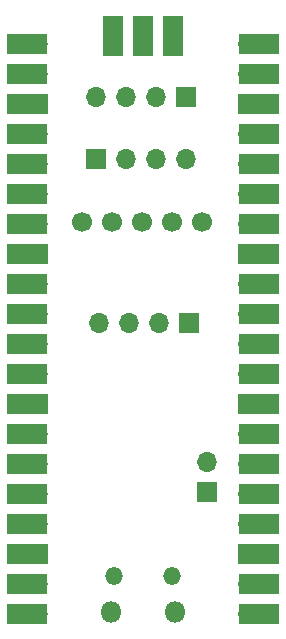
<source format=gbr>
%TF.GenerationSoftware,KiCad,Pcbnew,7.0.11-7.0.11~ubuntu22.04.1*%
%TF.CreationDate,2024-11-24T08:43:31+00:00*%
%TF.ProjectId,PicoController,5069636f-436f-46e7-9472-6f6c6c65722e,rev?*%
%TF.SameCoordinates,Original*%
%TF.FileFunction,Soldermask,Top*%
%TF.FilePolarity,Negative*%
%FSLAX46Y46*%
G04 Gerber Fmt 4.6, Leading zero omitted, Abs format (unit mm)*
G04 Created by KiCad (PCBNEW 7.0.11-7.0.11~ubuntu22.04.1) date 2024-11-24 08:43:31*
%MOMM*%
%LPD*%
G01*
G04 APERTURE LIST*
%ADD10O,1.800000X1.800000*%
%ADD11O,1.500000X1.500000*%
%ADD12O,1.700000X1.700000*%
%ADD13R,3.500000X1.700000*%
%ADD14R,1.700000X1.700000*%
%ADD15R,1.700000X3.500000*%
%ADD16C,1.700000*%
G04 APERTURE END LIST*
D10*
%TO.C,Pico1*%
X141713800Y-115186000D03*
D11*
X141413800Y-112156000D03*
X136563800Y-112156000D03*
D10*
X136263800Y-115186000D03*
D12*
X147878800Y-115316000D03*
D13*
X148778800Y-115316000D03*
D12*
X147878800Y-112776000D03*
D13*
X148778800Y-112776000D03*
D14*
X147878800Y-110236000D03*
D13*
X148778800Y-110236000D03*
D12*
X147878800Y-107696000D03*
D13*
X148778800Y-107696000D03*
D12*
X147878800Y-105156000D03*
D13*
X148778800Y-105156000D03*
D12*
X147878800Y-102616000D03*
D13*
X148778800Y-102616000D03*
D12*
X147878800Y-100076000D03*
D13*
X148778800Y-100076000D03*
D14*
X147878800Y-97536000D03*
D13*
X148778800Y-97536000D03*
D12*
X147878800Y-94996000D03*
D13*
X148778800Y-94996000D03*
D12*
X147878800Y-92456000D03*
D13*
X148778800Y-92456000D03*
D12*
X147878800Y-89916000D03*
D13*
X148778800Y-89916000D03*
D12*
X147878800Y-87376000D03*
D13*
X148778800Y-87376000D03*
D14*
X147878800Y-84836000D03*
D13*
X148778800Y-84836000D03*
D12*
X147878800Y-82296000D03*
D13*
X148778800Y-82296000D03*
D12*
X147878800Y-79756000D03*
D13*
X148778800Y-79756000D03*
D12*
X147878800Y-77216000D03*
D13*
X148778800Y-77216000D03*
D12*
X147878800Y-74676000D03*
D13*
X148778800Y-74676000D03*
D14*
X147878800Y-72136000D03*
D13*
X148778800Y-72136000D03*
D12*
X147878800Y-69596000D03*
D13*
X148778800Y-69596000D03*
D12*
X147878800Y-67056000D03*
D13*
X148778800Y-67056000D03*
D12*
X130098800Y-67056000D03*
D13*
X129198800Y-67056000D03*
D12*
X130098800Y-69596000D03*
D13*
X129198800Y-69596000D03*
D14*
X130098800Y-72136000D03*
D13*
X129198800Y-72136000D03*
D12*
X130098800Y-74676000D03*
D13*
X129198800Y-74676000D03*
D12*
X130098800Y-77216000D03*
D13*
X129198800Y-77216000D03*
D12*
X130098800Y-79756000D03*
D13*
X129198800Y-79756000D03*
D12*
X130098800Y-82296000D03*
D13*
X129198800Y-82296000D03*
D14*
X130098800Y-84836000D03*
D13*
X129198800Y-84836000D03*
D12*
X130098800Y-87376000D03*
D13*
X129198800Y-87376000D03*
D12*
X130098800Y-89916000D03*
D13*
X129198800Y-89916000D03*
D12*
X130098800Y-92456000D03*
D13*
X129198800Y-92456000D03*
D12*
X130098800Y-94996000D03*
D13*
X129198800Y-94996000D03*
D14*
X130098800Y-97536000D03*
D13*
X129198800Y-97536000D03*
D12*
X130098800Y-100076000D03*
D13*
X129198800Y-100076000D03*
D12*
X130098800Y-102616000D03*
D13*
X129198800Y-102616000D03*
D12*
X130098800Y-105156000D03*
D13*
X129198800Y-105156000D03*
D12*
X130098800Y-107696000D03*
D13*
X129198800Y-107696000D03*
D14*
X130098800Y-110236000D03*
D13*
X129198800Y-110236000D03*
D12*
X130098800Y-112776000D03*
D13*
X129198800Y-112776000D03*
D12*
X130098800Y-115316000D03*
D13*
X129198800Y-115316000D03*
D12*
X141528800Y-67286000D03*
D15*
X141528800Y-66386000D03*
D14*
X138988800Y-67286000D03*
D15*
X138988800Y-66386000D03*
D12*
X136448800Y-67286000D03*
D15*
X136448800Y-66386000D03*
%TD*%
D14*
%TO.C,SW1*%
X144424400Y-105008600D03*
D12*
X144424400Y-102468600D03*
%TD*%
D14*
%TO.C,JOY1*%
X135026400Y-76809600D03*
D12*
X137566400Y-76809600D03*
X140106400Y-76809600D03*
X142646400Y-76809600D03*
%TD*%
D16*
%TO.C,RCWL-1*%
X143993100Y-82150300D03*
X141453100Y-82150300D03*
X138913100Y-82150300D03*
X136373100Y-82150300D03*
X133833100Y-82150300D03*
%TD*%
D14*
%TO.C,JOUT1*%
X142646400Y-71526400D03*
D12*
X140106400Y-71526400D03*
X137566400Y-71526400D03*
X135026400Y-71526400D03*
%TD*%
D14*
%TO.C,JIN1*%
X142900400Y-90728800D03*
D12*
X140360400Y-90728800D03*
X137820400Y-90728800D03*
X135280400Y-90728800D03*
%TD*%
M02*

</source>
